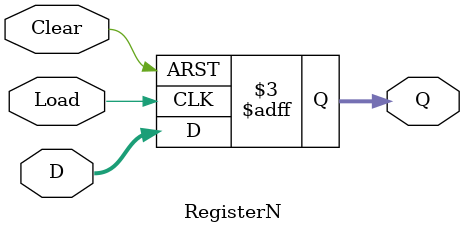
<source format=v>
module RegisterN #(parameter N=8)
(
	input Clear, Load,
	input [N-1:0] D,
	output reg [N-1:0] Q
);

always @(negedge Clear, negedge Load)
	if (Clear==0)
		Q = 0;
	
	else
		Q = D;

endmodule

</source>
